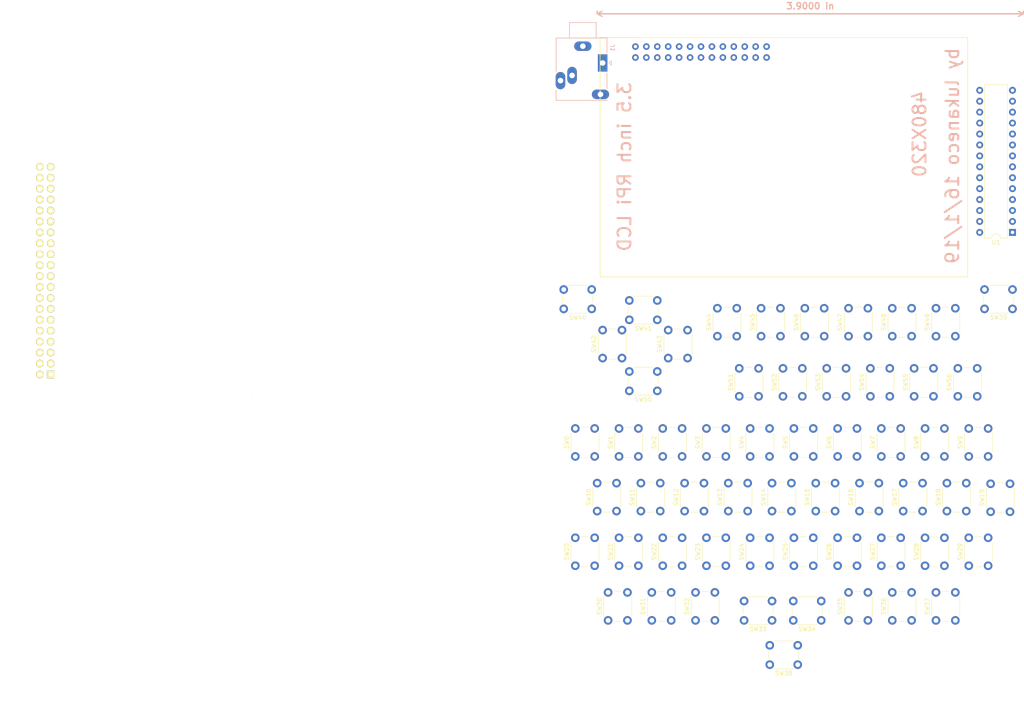
<source format=kicad_pcb>
(kicad_pcb (version 20171130) (host pcbnew "(5.0.2)-1")
  (layers (0 F.Cu signal) (31 B.Cu signal) (34 B.Paste user) (35 F.Paste user) (36 B.SilkS user) (37 F.SilkS user) (38 B.Mask user) (39 F.Mask user) (44 Edge.Cuts user))
  (net 0 "")
  (net 1 "Net-(SW0-Pad2)")
  (net 2 "Net-(SW1-Pad2)")
  (net 3 "Net-(SW2-Pad2)")
  (net 4 "Net-(SW3-Pad2)")
  (net 5 "Net-(SW4-Pad2)")
  (net 6 "Net-(SW5-Pad2)")
  (net 7 "Net-(SW6-Pad2)")
  (net 8 "Net-(SW7-Pad2)")
  (net 9 "Net-(SW8-Pad2)")
  (net 10 "Net-(SW9-Pad2)")
  (net 11 "Net-(SW10-Pad2)")
  (net 12 "Net-(SW11-Pad2)")
  (net 13 "Net-(SW12-Pad2)")
  (net 14 "Net-(SW13-Pad2)")
  (net 15 "Net-(SW14-Pad2)")
  (net 16 "Net-(SW15-Pad2)")
  (net 17 "Net-(SW16-Pad2)")
  (net 18 "Net-(SW17-Pad2)")
  (net 19 "Net-(SW18-Pad2)")
  (net 20 "Net-(SW19-Pad2)")
  (net 21 "Net-(SW20-Pad2)")
  (net 22 "Net-(SW21-Pad2)")
  (net 23 "Net-(SW22-Pad2)")
  (net 24 "Net-(SW23-Pad2)")
  (net 25 "Net-(SW24-Pad2)")
  (net 26 "Net-(SW25-Pad2)")
  (net 27 "Net-(SW26-Pad2)")
  (net 28 "Net-(SW27-Pad2)")
  (net 29 "Net-(SW28-Pad2)")
  (net 30 "Net-(SW29-Pad2)")
  (net 31 "Net-(SW30-Pad2)")
  (net 32 "Net-(SW31-Pad2)")
  (net 33 "Net-(SW32-Pad2)")
  (net 34 "Net-(SW33-Pad2)")
  (net 35 "Net-(SW34-Pad2)")
  (net 36 "Net-(SW35-Pad2)")
  (net 37 "Net-(SW36-Pad2)")
  (net 38 "Net-(SW37-Pad2)")
  (net 39 "Net-(SW38-Pad2)")
  (net 40 "Net-(SW39-Pad2)")
  (net 41 "Net-(SW40-Pad2)")
  (net 42 "Net-(SW41-Pad2)")
  (net 43 "Net-(SW42-Pad2)")
  (net 44 "Net-(SW43-Pad2)")
  (net 45 "Net-(SW44-Pad2)")
  (net 46 "Net-(SW45-Pad2)")
  (net 47 "Net-(SW46-Pad2)")
  (net 48 "Net-(SW47-Pad2)")
  (net 49 "Net-(SW48-Pad2)")
  (net 50 "Net-(SW49-Pad2)")
  (net 51 "Net-(SW50-Pad2)")
  (net 52 "Net-(SW51-Pad2)")
  (net 53 "Net-(SW52-Pad2)")
  (net 54 "Net-(SW53-Pad2)")
  (net 55 "Net-(SW54-Pad2)")
  (net 56 "Net-(SW55-Pad2)")
  (net 57 "Net-(SW56-Pad2)")
  (net 58 "Net-(U1-Pad15)")
  (net 59 "Net-(U1-Pad16)")
  (net 60 "Net-(U1-Pad17)")
  (net 61 "Net-(U1-Pad18)")
  (net 62 "Net-(U1-Pad19)")
  (net 63 "Net-(U1-Pad6)")
  (net 64 "Net-(U1-Pad20)")
  (net 65 "Net-(U1-Pad7)")
  (net 66 "Net-(U1-Pad21)")
  (net 67 "Net-(U1-Pad22)")
  (net 68 "Net-(U1-Pad23)")
  (net 69 "Net-(U1-Pad24)")
  (net 70 "Net-(U1-Pad11)")
  (net 71 "Net-(U1-Pad25)")
  (net 72 "Net-(U1-Pad12)")
  (net 73 "Net-(U1-Pad26)")
  (net 74 "Net-(U1-Pad13)")
  (net 75 "Net-(U1-Pad27)")
  (net 76 "Net-(U1-Pad14)")
  (net 77 "Net-(U1-Pad28)")
  (net 78 Col2)
  (net 79 Col3)
  (net 80 Col4)
  (net 81 Col5)
  (net 82 Col0)
  (net 83 Col1)
  (net 84 Reset)
  (net 85 Serial_RX)
  (net 86 Serial_TX)
  (net 87 USB_D+)
  (net 88 USB_D-)
  (net 89 Osc1)
  (net 90 Osc2)
  (net 91 "Net-(DS1-Pad3)")
  (net 92 "Net-(DS1-Pad5)")
  (net 93 "Net-(DS1-Pad7)")
  (net 94 "Net-(DS1-Pad8)")
  (net 95 "Net-(DS1-Pad10)")
  (net 96 "Net-(DS1-Pad12)")
  (net 97 "Net-(DS1-Pad13)")
  (net 98 "Net-(DS1-Pad15)")
  (net 99 "Net-(DS1-Pad16)")
  (net 100 "Net-(J1-PadT)")
  (net 101 "Net-(J1-PadR)")
  (net 102 "Net-(J1-PadS)")
  (net 103 +3V3)
  (net 104 +5V)
  (net 105 GND)
  (net 106 TP_IRQ)
  (net 107 LCD_RS)
  (net 108 TP_SO)
  (net 109 RST)
  (net 110 LCD_SCK)
  (net 111 LCD_CS)
  (net 112 TP_CS)
  (net 113 "Net-(IC1-Pad39)")
  (net 114 "Net-(IC1-Pad40)")
  (net 115 "Net-(IC1-Pad37)")
  (net 116 "Net-(IC1-Pad38)")
  (net 117 "Net-(IC1-Pad35)")
  (net 118 "Net-(IC1-Pad36)")
  (net 119 "Net-(IC1-Pad33)")
  (net 120 "Net-(IC1-Pad34)")
  (net 121 "Net-(IC1-Pad31)")
  (net 122 "Net-(IC1-Pad32)")
  (net 123 "Net-(IC1-Pad19)")
  (net 124 "Net-(IC1-Pad16)")
  (net 125 "Net-(IC1-Pad15)")
  (net 126 "Net-(IC1-Pad13)")
  (net 127 "Net-(IC1-Pad12)")
  (net 128 "Net-(IC1-Pad10)")
  (net 129 "Net-(IC1-Pad8)")
  (net 130 "Net-(IC1-Pad7)")
  (net 131 "Net-(IC1-Pad5)")
  (net 132 "Net-(IC1-Pad3)")
  (net 133 "Net-(IC1-Pad30)")
  (net 134 "Net-(IC1-Pad29)")
  (net 135 "Net-(IC1-Pad28)")
  (net 136 "Net-(IC1-Pad27)")
  (module Button_Switch_THT:SW_PUSH_6mm (layer F.Cu) (at 60.96 130.81 90)
    (fp_text reference SW0 (at 3.25 -2 90) (layer F.SilkS))
    (fp_text value SW_Push)
    (pad 2 thru_hole circle (at 0 4.5 180) (size 2 2) (drill 1.1) (layers *.Cu *.Mask) (net 1 "Net-(SW0-Pad2)"))
    (pad 1 thru_hole circle (at 0 0 180) (size 2 2) (drill 1.1) (layers *.Cu *.Mask) (net 78 Col2))
    (pad 2 thru_hole circle (at 6.5 4.5 180) (size 2 2) (drill 1.1) (layers *.Cu *.Mask) (net 1 "Net-(SW0-Pad2)"))
    (pad 1 thru_hole circle (at 6.5 0 180) (size 2 2) (drill 1.1) (layers *.Cu *.Mask) (net 78 Col2))
  )
  (module Button_Switch_THT:SW_PUSH_6mm (layer F.Cu) (at 71.12 130.81 90)
    (fp_text reference SW1 (at 3.25 -2 90) (layer F.SilkS))
    (fp_text value SW_Push)
    (pad 1 thru_hole circle (at 6.5 0 180) (size 2 2) (drill 1.1) (layers *.Cu *.Mask) (net 78 Col2))
    (pad 2 thru_hole circle (at 6.5 4.5 180) (size 2 2) (drill 1.1) (layers *.Cu *.Mask) (net 2 "Net-(SW1-Pad2)"))
    (pad 1 thru_hole circle (at 0 0 180) (size 2 2) (drill 1.1) (layers *.Cu *.Mask) (net 78 Col2))
    (pad 2 thru_hole circle (at 0 4.5 180) (size 2 2) (drill 1.1) (layers *.Cu *.Mask) (net 2 "Net-(SW1-Pad2)"))
  )
  (module Button_Switch_THT:SW_PUSH_6mm (layer F.Cu) (at 81.28 130.81 90)
    (fp_text reference SW2 (at 3.25 -2 90) (layer F.SilkS))
    (fp_text value SW_Push)
    (pad 2 thru_hole circle (at 0 4.5 180) (size 2 2) (drill 1.1) (layers *.Cu *.Mask) (net 3 "Net-(SW2-Pad2)"))
    (pad 1 thru_hole circle (at 0 0 180) (size 2 2) (drill 1.1) (layers *.Cu *.Mask) (net 78 Col2))
    (pad 2 thru_hole circle (at 6.5 4.5 180) (size 2 2) (drill 1.1) (layers *.Cu *.Mask) (net 3 "Net-(SW2-Pad2)"))
    (pad 1 thru_hole circle (at 6.5 0 180) (size 2 2) (drill 1.1) (layers *.Cu *.Mask) (net 78 Col2))
  )
  (module Button_Switch_THT:SW_PUSH_6mm (layer F.Cu) (at 91.44 130.81 90)
    (fp_text reference SW3 (at 3.25 -2 90) (layer F.SilkS))
    (fp_text value SW_Push)
    (pad 2 thru_hole circle (at 0 4.5 180) (size 2 2) (drill 1.1) (layers *.Cu *.Mask) (net 4 "Net-(SW3-Pad2)"))
    (pad 1 thru_hole circle (at 0 0 180) (size 2 2) (drill 1.1) (layers *.Cu *.Mask) (net 78 Col2))
    (pad 2 thru_hole circle (at 6.5 4.5 180) (size 2 2) (drill 1.1) (layers *.Cu *.Mask) (net 4 "Net-(SW3-Pad2)"))
    (pad 1 thru_hole circle (at 6.5 0 180) (size 2 2) (drill 1.1) (layers *.Cu *.Mask) (net 78 Col2))
  )
  (module Button_Switch_THT:SW_PUSH_6mm (layer F.Cu) (at 101.6 130.81 90)
    (fp_text reference SW4 (at 3.25 -2 90) (layer F.SilkS))
    (fp_text value SW_Push)
    (pad 1 thru_hole circle (at 6.5 0 180) (size 2 2) (drill 1.1) (layers *.Cu *.Mask) (net 78 Col2))
    (pad 2 thru_hole circle (at 6.5 4.5 180) (size 2 2) (drill 1.1) (layers *.Cu *.Mask) (net 5 "Net-(SW4-Pad2)"))
    (pad 1 thru_hole circle (at 0 0 180) (size 2 2) (drill 1.1) (layers *.Cu *.Mask) (net 78 Col2))
    (pad 2 thru_hole circle (at 0 4.5 180) (size 2 2) (drill 1.1) (layers *.Cu *.Mask) (net 5 "Net-(SW4-Pad2)"))
  )
  (module Button_Switch_THT:SW_PUSH_6mm (layer F.Cu) (at 111.76 130.81 90)
    (fp_text reference SW5 (at 3.25 -2 90) (layer F.SilkS))
    (fp_text value SW_Push)
    (pad 2 thru_hole circle (at 0 4.5 180) (size 2 2) (drill 1.1) (layers *.Cu *.Mask) (net 6 "Net-(SW5-Pad2)"))
    (pad 1 thru_hole circle (at 0 0 180) (size 2 2) (drill 1.1) (layers *.Cu *.Mask) (net 78 Col2))
    (pad 2 thru_hole circle (at 6.5 4.5 180) (size 2 2) (drill 1.1) (layers *.Cu *.Mask) (net 6 "Net-(SW5-Pad2)"))
    (pad 1 thru_hole circle (at 6.5 0 180) (size 2 2) (drill 1.1) (layers *.Cu *.Mask) (net 78 Col2))
  )
  (module Button_Switch_THT:SW_PUSH_6mm (layer F.Cu) (at 121.92 130.81 90)
    (fp_text reference SW6 (at 3.25 -2 90) (layer F.SilkS))
    (fp_text value SW_Push)
    (pad 2 thru_hole circle (at 0 4.5 180) (size 2 2) (drill 1.1) (layers *.Cu *.Mask) (net 7 "Net-(SW6-Pad2)"))
    (pad 1 thru_hole circle (at 0 0 180) (size 2 2) (drill 1.1) (layers *.Cu *.Mask) (net 78 Col2))
    (pad 2 thru_hole circle (at 6.5 4.5 180) (size 2 2) (drill 1.1) (layers *.Cu *.Mask) (net 7 "Net-(SW6-Pad2)"))
    (pad 1 thru_hole circle (at 6.5 0 180) (size 2 2) (drill 1.1) (layers *.Cu *.Mask) (net 78 Col2))
  )
  (module Button_Switch_THT:SW_PUSH_6mm (layer F.Cu) (at 132.08 130.81 90)
    (fp_text reference SW7 (at 3.25 -2 90) (layer F.SilkS))
    (fp_text value SW_Push)
    (pad 1 thru_hole circle (at 6.5 0 180) (size 2 2) (drill 1.1) (layers *.Cu *.Mask) (net 78 Col2))
    (pad 2 thru_hole circle (at 6.5 4.5 180) (size 2 2) (drill 1.1) (layers *.Cu *.Mask) (net 8 "Net-(SW7-Pad2)"))
    (pad 1 thru_hole circle (at 0 0 180) (size 2 2) (drill 1.1) (layers *.Cu *.Mask) (net 78 Col2))
    (pad 2 thru_hole circle (at 0 4.5 180) (size 2 2) (drill 1.1) (layers *.Cu *.Mask) (net 8 "Net-(SW7-Pad2)"))
  )
  (module Button_Switch_THT:SW_PUSH_6mm (layer F.Cu) (at 142.24 130.81 90)
    (fp_text reference SW8 (at 3.25 -2 90) (layer F.SilkS))
    (fp_text value SW_Push)
    (pad 1 thru_hole circle (at 6.5 0 180) (size 2 2) (drill 1.1) (layers *.Cu *.Mask) (net 78 Col2))
    (pad 2 thru_hole circle (at 6.5 4.5 180) (size 2 2) (drill 1.1) (layers *.Cu *.Mask) (net 9 "Net-(SW8-Pad2)"))
    (pad 1 thru_hole circle (at 0 0 180) (size 2 2) (drill 1.1) (layers *.Cu *.Mask) (net 78 Col2))
    (pad 2 thru_hole circle (at 0 4.5 180) (size 2 2) (drill 1.1) (layers *.Cu *.Mask) (net 9 "Net-(SW8-Pad2)"))
  )
  (module Button_Switch_THT:SW_PUSH_6mm (layer F.Cu) (at 152.4 130.81 90)
    (fp_text reference SW9 (at 3.25 -2 90) (layer F.SilkS))
    (fp_text value SW_Push)
    (pad 2 thru_hole circle (at 0 4.5 180) (size 2 2) (drill 1.1) (layers *.Cu *.Mask) (net 10 "Net-(SW9-Pad2)"))
    (pad 1 thru_hole circle (at 0 0 180) (size 2 2) (drill 1.1) (layers *.Cu *.Mask) (net 78 Col2))
    (pad 2 thru_hole circle (at 6.5 4.5 180) (size 2 2) (drill 1.1) (layers *.Cu *.Mask) (net 10 "Net-(SW9-Pad2)"))
    (pad 1 thru_hole circle (at 6.5 0 180) (size 2 2) (drill 1.1) (layers *.Cu *.Mask) (net 78 Col2))
  )
  (module Button_Switch_THT:SW_PUSH_6mm (layer F.Cu) (at 66.04 143.51 90)
    (fp_text reference SW10 (at 3.25 -2 90) (layer F.SilkS))
    (fp_text value SW_Push)
    (pad 1 thru_hole circle (at 6.5 0 180) (size 2 2) (drill 1.1) (layers *.Cu *.Mask) (net 79 Col3))
    (pad 2 thru_hole circle (at 6.5 4.5 180) (size 2 2) (drill 1.1) (layers *.Cu *.Mask) (net 11 "Net-(SW10-Pad2)"))
    (pad 1 thru_hole circle (at 0 0 180) (size 2 2) (drill 1.1) (layers *.Cu *.Mask) (net 79 Col3))
    (pad 2 thru_hole circle (at 0 4.5 180) (size 2 2) (drill 1.1) (layers *.Cu *.Mask) (net 11 "Net-(SW10-Pad2)"))
  )
  (module Button_Switch_THT:SW_PUSH_6mm (layer F.Cu) (at 76.2 143.51 90)
    (fp_text reference SW11 (at 3.25 -2 90) (layer F.SilkS))
    (fp_text value SW_Push)
    (pad 2 thru_hole circle (at 0 4.5 180) (size 2 2) (drill 1.1) (layers *.Cu *.Mask) (net 12 "Net-(SW11-Pad2)"))
    (pad 1 thru_hole circle (at 0 0 180) (size 2 2) (drill 1.1) (layers *.Cu *.Mask) (net 79 Col3))
    (pad 2 thru_hole circle (at 6.5 4.5 180) (size 2 2) (drill 1.1) (layers *.Cu *.Mask) (net 12 "Net-(SW11-Pad2)"))
    (pad 1 thru_hole circle (at 6.5 0 180) (size 2 2) (drill 1.1) (layers *.Cu *.Mask) (net 79 Col3))
  )
  (module Button_Switch_THT:SW_PUSH_6mm (layer F.Cu) (at 86.36 143.51 90)
    (fp_text reference SW12 (at 3.25 -2 90) (layer F.SilkS))
    (fp_text value SW_Push)
    (pad 1 thru_hole circle (at 6.5 0 180) (size 2 2) (drill 1.1) (layers *.Cu *.Mask) (net 79 Col3))
    (pad 2 thru_hole circle (at 6.5 4.5 180) (size 2 2) (drill 1.1) (layers *.Cu *.Mask) (net 13 "Net-(SW12-Pad2)"))
    (pad 1 thru_hole circle (at 0 0 180) (size 2 2) (drill 1.1) (layers *.Cu *.Mask) (net 79 Col3))
    (pad 2 thru_hole circle (at 0 4.5 180) (size 2 2) (drill 1.1) (layers *.Cu *.Mask) (net 13 "Net-(SW12-Pad2)"))
  )
  (module Button_Switch_THT:SW_PUSH_6mm (layer F.Cu) (at 96.52 143.51 90)
    (fp_text reference SW13 (at 3.25 -2 90) (layer F.SilkS))
    (fp_text value SW_Push)
    (pad 1 thru_hole circle (at 6.5 0 180) (size 2 2) (drill 1.1) (layers *.Cu *.Mask) (net 79 Col3))
    (pad 2 thru_hole circle (at 6.5 4.5 180) (size 2 2) (drill 1.1) (layers *.Cu *.Mask) (net 14 "Net-(SW13-Pad2)"))
    (pad 1 thru_hole circle (at 0 0 180) (size 2 2) (drill 1.1) (layers *.Cu *.Mask) (net 79 Col3))
    (pad 2 thru_hole circle (at 0 4.5 180) (size 2 2) (drill 1.1) (layers *.Cu *.Mask) (net 14 "Net-(SW13-Pad2)"))
  )
  (module Button_Switch_THT:SW_PUSH_6mm (layer F.Cu) (at 106.68 143.51 90)
    (fp_text reference SW14 (at 3.25 -2 90) (layer F.SilkS))
    (fp_text value SW_Push)
    (pad 2 thru_hole circle (at 0 4.5 180) (size 2 2) (drill 1.1) (layers *.Cu *.Mask) (net 15 "Net-(SW14-Pad2)"))
    (pad 1 thru_hole circle (at 0 0 180) (size 2 2) (drill 1.1) (layers *.Cu *.Mask) (net 79 Col3))
    (pad 2 thru_hole circle (at 6.5 4.5 180) (size 2 2) (drill 1.1) (layers *.Cu *.Mask) (net 15 "Net-(SW14-Pad2)"))
    (pad 1 thru_hole circle (at 6.5 0 180) (size 2 2) (drill 1.1) (layers *.Cu *.Mask) (net 79 Col3))
  )
  (module Button_Switch_THT:SW_PUSH_6mm (layer F.Cu) (at 116.84 143.51 90)
    (fp_text reference SW15 (at 3.25 -2 90) (layer F.SilkS))
    (fp_text value SW_Push)
    (pad 2 thru_hole circle (at 0 4.5 180) (size 2 2) (drill 1.1) (layers *.Cu *.Mask) (net 16 "Net-(SW15-Pad2)"))
    (pad 1 thru_hole circle (at 0 0 180) (size 2 2) (drill 1.1) (layers *.Cu *.Mask) (net 79 Col3))
    (pad 2 thru_hole circle (at 6.5 4.5 180) (size 2 2) (drill 1.1) (layers *.Cu *.Mask) (net 16 "Net-(SW15-Pad2)"))
    (pad 1 thru_hole circle (at 6.5 0 180) (size 2 2) (drill 1.1) (layers *.Cu *.Mask) (net 79 Col3))
  )
  (module Button_Switch_THT:SW_PUSH_6mm (layer F.Cu) (at 127 143.51 90)
    (fp_text reference SW16 (at 3.25 -2 90) (layer F.SilkS))
    (fp_text value SW_Push)
    (pad 1 thru_hole circle (at 6.5 0 180) (size 2 2) (drill 1.1) (layers *.Cu *.Mask) (net 79 Col3))
    (pad 2 thru_hole circle (at 6.5 4.5 180) (size 2 2) (drill 1.1) (layers *.Cu *.Mask) (net 17 "Net-(SW16-Pad2)"))
    (pad 1 thru_hole circle (at 0 0 180) (size 2 2) (drill 1.1) (layers *.Cu *.Mask) (net 79 Col3))
    (pad 2 thru_hole circle (at 0 4.5 180) (size 2 2) (drill 1.1) (layers *.Cu *.Mask) (net 17 "Net-(SW16-Pad2)"))
  )
  (module Button_Switch_THT:SW_PUSH_6mm (layer F.Cu) (at 137.16 143.51 90)
    (fp_text reference SW17 (at 3.25 -2 90) (layer F.SilkS))
    (fp_text value SW_Push)
    (pad 2 thru_hole circle (at 0 4.5 180) (size 2 2) (drill 1.1) (layers *.Cu *.Mask) (net 18 "Net-(SW17-Pad2)"))
    (pad 1 thru_hole circle (at 0 0 180) (size 2 2) (drill 1.1) (layers *.Cu *.Mask) (net 79 Col3))
    (pad 2 thru_hole circle (at 6.5 4.5 180) (size 2 2) (drill 1.1) (layers *.Cu *.Mask) (net 18 "Net-(SW17-Pad2)"))
    (pad 1 thru_hole circle (at 6.5 0 180) (size 2 2) (drill 1.1) (layers *.Cu *.Mask) (net 79 Col3))
  )
  (module Button_Switch_THT:SW_PUSH_6mm (layer F.Cu) (at 147.32 143.51 90)
    (fp_text reference SW18 (at 3.25 -2 90) (layer F.SilkS))
    (fp_text value SW_Push)
    (pad 1 thru_hole circle (at 6.5 0 180) (size 2 2) (drill 1.1) (layers *.Cu *.Mask) (net 79 Col3))
    (pad 2 thru_hole circle (at 6.5 4.5 180) (size 2 2) (drill 1.1) (layers *.Cu *.Mask) (net 19 "Net-(SW18-Pad2)"))
    (pad 1 thru_hole circle (at 0 0 180) (size 2 2) (drill 1.1) (layers *.Cu *.Mask) (net 79 Col3))
    (pad 2 thru_hole circle (at 0 4.5 180) (size 2 2) (drill 1.1) (layers *.Cu *.Mask) (net 19 "Net-(SW18-Pad2)"))
  )
  (module Button_Switch_THT:SW_PUSH_6mm (layer F.Cu) (at 157.48 143.66 90)
    (fp_text reference SW19 (at 3.25 -2 90) (layer F.SilkS))
    (fp_text value SW_Push)
    (pad 1 thru_hole circle (at 6.5 0 180) (size 2 2) (drill 1.1) (layers *.Cu *.Mask) (net 79 Col3))
    (pad 2 thru_hole circle (at 6.5 4.5 180) (size 2 2) (drill 1.1) (layers *.Cu *.Mask) (net 20 "Net-(SW19-Pad2)"))
    (pad 1 thru_hole circle (at 0 0 180) (size 2 2) (drill 1.1) (layers *.Cu *.Mask) (net 79 Col3))
    (pad 2 thru_hole circle (at 0 4.5 180) (size 2 2) (drill 1.1) (layers *.Cu *.Mask) (net 20 "Net-(SW19-Pad2)"))
  )
  (module Button_Switch_THT:SW_PUSH_6mm (layer F.Cu) (at 60.96 156.21 90)
    (fp_text reference SW20 (at 3.25 -2 90) (layer F.SilkS))
    (fp_text value SW_Push)
    (pad 2 thru_hole circle (at 0 4.5 180) (size 2 2) (drill 1.1) (layers *.Cu *.Mask) (net 21 "Net-(SW20-Pad2)"))
    (pad 1 thru_hole circle (at 0 0 180) (size 2 2) (drill 1.1) (layers *.Cu *.Mask) (net 80 Col4))
    (pad 2 thru_hole circle (at 6.5 4.5 180) (size 2 2) (drill 1.1) (layers *.Cu *.Mask) (net 21 "Net-(SW20-Pad2)"))
    (pad 1 thru_hole circle (at 6.5 0 180) (size 2 2) (drill 1.1) (layers *.Cu *.Mask) (net 80 Col4))
  )
  (module Button_Switch_THT:SW_PUSH_6mm (layer F.Cu) (at 71.12 156.21 90)
    (fp_text reference SW21 (at 3.25 -2 90) (layer F.SilkS))
    (fp_text value SW_Push)
    (pad 1 thru_hole circle (at 6.5 0 180) (size 2 2) (drill 1.1) (layers *.Cu *.Mask) (net 80 Col4))
    (pad 2 thru_hole circle (at 6.5 4.5 180) (size 2 2) (drill 1.1) (layers *.Cu *.Mask) (net 22 "Net-(SW21-Pad2)"))
    (pad 1 thru_hole circle (at 0 0 180) (size 2 2) (drill 1.1) (layers *.Cu *.Mask) (net 80 Col4))
    (pad 2 thru_hole circle (at 0 4.5 180) (size 2 2) (drill 1.1) (layers *.Cu *.Mask) (net 22 "Net-(SW21-Pad2)"))
  )
  (module Button_Switch_THT:SW_PUSH_6mm (layer F.Cu) (at 81.28 156.21 90)
    (fp_text reference SW22 (at 3.25 -2 90) (layer F.SilkS))
    (fp_text value SW_Push)
    (pad 2 thru_hole circle (at 0 4.5 180) (size 2 2) (drill 1.1) (layers *.Cu *.Mask) (net 23 "Net-(SW22-Pad2)"))
    (pad 1 thru_hole circle (at 0 0 180) (size 2 2) (drill 1.1) (layers *.Cu *.Mask) (net 80 Col4))
    (pad 2 thru_hole circle (at 6.5 4.5 180) (size 2 2) (drill 1.1) (layers *.Cu *.Mask) (net 23 "Net-(SW22-Pad2)"))
    (pad 1 thru_hole circle (at 6.5 0 180) (size 2 2) (drill 1.1) (layers *.Cu *.Mask) (net 80 Col4))
  )
  (module Button_Switch_THT:SW_PUSH_6mm (layer F.Cu) (at 91.44 156.21 90)
    (fp_text reference SW23 (at 3.25 -2 90) (layer F.SilkS))
    (fp_text value SW_Push)
    (pad 2 thru_hole circle (at 0 4.5 180) (size 2 2) (drill 1.1) (layers *.Cu *.Mask) (net 24 "Net-(SW23-Pad2)"))
    (pad 1 thru_hole circle (at 0 0 180) (size 2 2) (drill 1.1) (layers *.Cu *.Mask) (net 80 Col4))
    (pad 2 thru_hole circle (at 6.5 4.5 180) (size 2 2) (drill 1.1) (layers *.Cu *.Mask) (net 24 "Net-(SW23-Pad2)"))
    (pad 1 thru_hole circle (at 6.5 0 180) (size 2 2) (drill 1.1) (layers *.Cu *.Mask) (net 80 Col4))
  )
  (module Button_Switch_THT:SW_PUSH_6mm (layer F.Cu) (at 101.6 156.21 90)
    (fp_text reference SW24 (at 3.25 -2 90) (layer F.SilkS))
    (fp_text value SW_Push)
    (pad 2 thru_hole circle (at 0 4.5 180) (size 2 2) (drill 1.1) (layers *.Cu *.Mask) (net 25 "Net-(SW24-Pad2)"))
    (pad 1 thru_hole circle (at 0 0 180) (size 2 2) (drill 1.1) (layers *.Cu *.Mask) (net 80 Col4))
    (pad 2 thru_hole circle (at 6.5 4.5 180) (size 2 2) (drill 1.1) (layers *.Cu *.Mask) (net 25 "Net-(SW24-Pad2)"))
    (pad 1 thru_hole circle (at 6.5 0 180) (size 2 2) (drill 1.1) (layers *.Cu *.Mask) (net 80 Col4))
  )
  (module Button_Switch_THT:SW_PUSH_6mm (layer F.Cu) (at 111.76 156.21 90)
    (fp_text reference SW25 (at 3.25 -2 90) (layer F.SilkS))
    (fp_text value SW_Push)
    (pad 1 thru_hole circle (at 6.5 0 180) (size 2 2) (drill 1.1) (layers *.Cu *.Mask) (net 80 Col4))
    (pad 2 thru_hole circle (at 6.5 4.5 180) (size 2 2) (drill 1.1) (layers *.Cu *.Mask) (net 26 "Net-(SW25-Pad2)"))
    (pad 1 thru_hole circle (at 0 0 180) (size 2 2) (drill 1.1) (layers *.Cu *.Mask) (net 80 Col4))
    (pad 2 thru_hole circle (at 0 4.5 180) (size 2 2) (drill 1.1) (layers *.Cu *.Mask) (net 26 "Net-(SW25-Pad2)"))
  )
  (module Button_Switch_THT:SW_PUSH_6mm (layer F.Cu) (at 121.92 156.21 90)
    (fp_text reference SW26 (at 3.25 -2 90) (layer F.SilkS))
    (fp_text value SW_Push)
    (pad 2 thru_hole circle (at 0 4.5 180) (size 2 2) (drill 1.1) (layers *.Cu *.Mask) (net 27 "Net-(SW26-Pad2)"))
    (pad 1 thru_hole circle (at 0 0 180) (size 2 2) (drill 1.1) (layers *.Cu *.Mask) (net 80 Col4))
    (pad 2 thru_hole circle (at 6.5 4.5 180) (size 2 2) (drill 1.1) (layers *.Cu *.Mask) (net 27 "Net-(SW26-Pad2)"))
    (pad 1 thru_hole circle (at 6.5 0 180) (size 2 2) (drill 1.1) (layers *.Cu *.Mask) (net 80 Col4))
  )
  (module Button_Switch_THT:SW_PUSH_6mm (layer F.Cu) (at 132.08 156.21 90)
    (fp_text reference SW27 (at 3.25 -2 90) (layer F.SilkS))
    (fp_text value SW_Push)
    (pad 1 thru_hole circle (at 6.5 0 180) (size 2 2) (drill 1.1) (layers *.Cu *.Mask) (net 80 Col4))
    (pad 2 thru_hole circle (at 6.5 4.5 180) (size 2 2) (drill 1.1) (layers *.Cu *.Mask) (net 28 "Net-(SW27-Pad2)"))
    (pad 1 thru_hole circle (at 0 0 180) (size 2 2) (drill 1.1) (layers *.Cu *.Mask) (net 80 Col4))
    (pad 2 thru_hole circle (at 0 4.5 180) (size 2 2) (drill 1.1) (layers *.Cu *.Mask) (net 28 "Net-(SW27-Pad2)"))
  )
  (module Button_Switch_THT:SW_PUSH_6mm (layer F.Cu) (at 142.24 156.21 90)
    (fp_text reference SW28 (at 3.25 -2 90) (layer F.SilkS))
    (fp_text value SW_Push)
    (pad 2 thru_hole circle (at 0 4.5 180) (size 2 2) (drill 1.1) (layers *.Cu *.Mask) (net 29 "Net-(SW28-Pad2)"))
    (pad 1 thru_hole circle (at 0 0 180) (size 2 2) (drill 1.1) (layers *.Cu *.Mask) (net 80 Col4))
    (pad 2 thru_hole circle (at 6.5 4.5 180) (size 2 2) (drill 1.1) (layers *.Cu *.Mask) (net 29 "Net-(SW28-Pad2)"))
    (pad 1 thru_hole circle (at 6.5 0 180) (size 2 2) (drill 1.1) (layers *.Cu *.Mask) (net 80 Col4))
  )
  (module Button_Switch_THT:SW_PUSH_6mm (layer F.Cu) (at 152.4 156.21 90)
    (fp_text reference SW29 (at 3.25 -2 90) (layer F.SilkS))
    (fp_text value SW_Push)
    (pad 1 thru_hole circle (at 6.5 0 180) (size 2 2) (drill 1.1) (layers *.Cu *.Mask) (net 80 Col4))
    (pad 2 thru_hole circle (at 6.5 4.5 180) (size 2 2) (drill 1.1) (layers *.Cu *.Mask) (net 30 "Net-(SW29-Pad2)"))
    (pad 1 thru_hole circle (at 0 0 180) (size 2 2) (drill 1.1) (layers *.Cu *.Mask) (net 80 Col4))
    (pad 2 thru_hole circle (at 0 4.5 180) (size 2 2) (drill 1.1) (layers *.Cu *.Mask) (net 30 "Net-(SW29-Pad2)"))
  )
  (module Button_Switch_THT:SW_PUSH_6mm (layer F.Cu) (at 68.58 168.91 90)
    (fp_text reference SW30 (at 3.25 -2 90) (layer F.SilkS))
    (fp_text value SW_Push)
    (pad 1 thru_hole circle (at 6.5 0 180) (size 2 2) (drill 1.1) (layers *.Cu *.Mask) (net 81 Col5))
    (pad 2 thru_hole circle (at 6.5 4.5 180) (size 2 2) (drill 1.1) (layers *.Cu *.Mask) (net 31 "Net-(SW30-Pad2)"))
    (pad 1 thru_hole circle (at 0 0 180) (size 2 2) (drill 1.1) (layers *.Cu *.Mask) (net 81 Col5))
    (pad 2 thru_hole circle (at 0 4.5 180) (size 2 2) (drill 1.1) (layers *.Cu *.Mask) (net 31 "Net-(SW30-Pad2)"))
  )
  (module Button_Switch_THT:SW_PUSH_6mm (layer F.Cu) (at 78.74 168.91 90)
    (fp_text reference SW31 (at 3.25 -2 90) (layer F.SilkS))
    (fp_text value SW_Push)
    (pad 2 thru_hole circle (at 0 4.5 180) (size 2 2) (drill 1.1) (layers *.Cu *.Mask) (net 32 "Net-(SW31-Pad2)"))
    (pad 1 thru_hole circle (at 0 0 180) (size 2 2) (drill 1.1) (layers *.Cu *.Mask) (net 81 Col5))
    (pad 2 thru_hole circle (at 6.5 4.5 180) (size 2 2) (drill 1.1) (layers *.Cu *.Mask) (net 32 "Net-(SW31-Pad2)"))
    (pad 1 thru_hole circle (at 6.5 0 180) (size 2 2) (drill 1.1) (layers *.Cu *.Mask) (net 81 Col5))
  )
  (module Button_Switch_THT:SW_PUSH_6mm (layer F.Cu) (at 88.9 168.91 90)
    (fp_text reference SW32 (at 3.25 -2 90) (layer F.SilkS))
    (fp_text value SW_Push)
    (pad 1 thru_hole circle (at 6.5 0 180) (size 2 2) (drill 1.1) (layers *.Cu *.Mask) (net 81 Col5))
    (pad 2 thru_hole circle (at 6.5 4.5 180) (size 2 2) (drill 1.1) (layers *.Cu *.Mask) (net 33 "Net-(SW32-Pad2)"))
    (pad 1 thru_hole circle (at 0 0 180) (size 2 2) (drill 1.1) (layers *.Cu *.Mask) (net 81 Col5))
    (pad 2 thru_hole circle (at 0 4.5 180) (size 2 2) (drill 1.1) (layers *.Cu *.Mask) (net 33 "Net-(SW32-Pad2)"))
  )
  (module Button_Switch_THT:SW_PUSH_6mm (layer F.Cu) (at 106.68 168.91 180)
    (fp_text reference SW33 (at 3.25 -2 180) (layer F.SilkS))
    (fp_text value SW_Push)
    (pad 2 thru_hole circle (at 0 4.5 270) (size 2 2) (drill 1.1) (layers *.Cu *.Mask) (net 34 "Net-(SW33-Pad2)"))
    (pad 1 thru_hole circle (at 0 0 270) (size 2 2) (drill 1.1) (layers *.Cu *.Mask) (net 81 Col5))
    (pad 2 thru_hole circle (at 6.5 4.5 270) (size 2 2) (drill 1.1) (layers *.Cu *.Mask) (net 34 "Net-(SW33-Pad2)"))
    (pad 1 thru_hole circle (at 6.5 0 270) (size 2 2) (drill 1.1) (layers *.Cu *.Mask) (net 81 Col5))
  )
  (module Button_Switch_THT:SW_PUSH_6mm (layer F.Cu) (at 118.11 168.91 180)
    (fp_text reference SW34 (at 3.25 -2 180) (layer F.SilkS))
    (fp_text value SW_Push)
    (pad 2 thru_hole circle (at 0 4.5 270) (size 2 2) (drill 1.1) (layers *.Cu *.Mask) (net 35 "Net-(SW34-Pad2)"))
    (pad 1 thru_hole circle (at 0 0 270) (size 2 2) (drill 1.1) (layers *.Cu *.Mask) (net 81 Col5))
    (pad 2 thru_hole circle (at 6.5 4.5 270) (size 2 2) (drill 1.1) (layers *.Cu *.Mask) (net 35 "Net-(SW34-Pad2)"))
    (pad 1 thru_hole circle (at 6.5 0 270) (size 2 2) (drill 1.1) (layers *.Cu *.Mask) (net 81 Col5))
  )
  (module Button_Switch_THT:SW_PUSH_6mm (layer F.Cu) (at 124.46 168.91 90)
    (fp_text reference SW35 (at 3.25 -2 90) (layer F.SilkS))
    (fp_text value SW_Push)
    (pad 2 thru_hole circle (at 0 4.5 180) (size 2 2) (drill 1.1) (layers *.Cu *.Mask) (net 36 "Net-(SW35-Pad2)"))
    (pad 1 thru_hole circle (at 0 0 180) (size 2 2) (drill 1.1) (layers *.Cu *.Mask) (net 81 Col5))
    (pad 2 thru_hole circle (at 6.5 4.5 180) (size 2 2) (drill 1.1) (layers *.Cu *.Mask) (net 36 "Net-(SW35-Pad2)"))
    (pad 1 thru_hole circle (at 6.5 0 180) (size 2 2) (drill 1.1) (layers *.Cu *.Mask) (net 81 Col5))
  )
  (module Button_Switch_THT:SW_PUSH_6mm (layer F.Cu) (at 134.62 168.91 90)
    (fp_text reference SW36 (at 3.25 -2 90) (layer F.SilkS))
    (fp_text value SW_Push)
    (pad 2 thru_hole circle (at 0 4.5 180) (size 2 2) (drill 1.1) (layers *.Cu *.Mask) (net 37 "Net-(SW36-Pad2)"))
    (pad 1 thru_hole circle (at 0 0 180) (size 2 2) (drill 1.1) (layers *.Cu *.Mask) (net 81 Col5))
    (pad 2 thru_hole circle (at 6.5 4.5 180) (size 2 2) (drill 1.1) (layers *.Cu *.Mask) (net 37 "Net-(SW36-Pad2)"))
    (pad 1 thru_hole circle (at 6.5 0 180) (size 2 2) (drill 1.1) (layers *.Cu *.Mask) (net 81 Col5))
  )
  (module Button_Switch_THT:SW_PUSH_6mm (layer F.Cu) (at 144.78 168.91 90)
    (fp_text reference SW37 (at 3.25 -2 90) (layer F.SilkS))
    (fp_text value SW_Push)
    (pad 1 thru_hole circle (at 6.5 0 180) (size 2 2) (drill 1.1) (layers *.Cu *.Mask) (net 81 Col5))
    (pad 2 thru_hole circle (at 6.5 4.5 180) (size 2 2) (drill 1.1) (layers *.Cu *.Mask) (net 38 "Net-(SW37-Pad2)"))
    (pad 1 thru_hole circle (at 0 0 180) (size 2 2) (drill 1.1) (layers *.Cu *.Mask) (net 81 Col5))
    (pad 2 thru_hole circle (at 0 4.5 180) (size 2 2) (drill 1.1) (layers *.Cu *.Mask) (net 38 "Net-(SW37-Pad2)"))
  )
  (module Button_Switch_THT:SW_PUSH_6mm (layer F.Cu) (at 112.649 179.197 180)
    (fp_text reference SW38 (at 3.25 -2 180) (layer F.SilkS))
    (fp_text value SW_Push)
    (pad 2 thru_hole circle (at 0 4.5 270) (size 2 2) (drill 1.1) (layers *.Cu *.Mask) (net 39 "Net-(SW38-Pad2)"))
    (pad 1 thru_hole circle (at 0 0 270) (size 2 2) (drill 1.1) (layers *.Cu *.Mask) (net 81 Col5))
    (pad 2 thru_hole circle (at 6.5 4.5 270) (size 2 2) (drill 1.1) (layers *.Cu *.Mask) (net 39 "Net-(SW38-Pad2)"))
    (pad 1 thru_hole circle (at 6.5 0 270) (size 2 2) (drill 1.1) (layers *.Cu *.Mask) (net 81 Col5))
  )
  (module Button_Switch_THT:SW_PUSH_6mm (layer F.Cu) (at 162.56 96.52 180)
    (fp_text reference SW39 (at 3.25 -2 180) (layer F.SilkS))
    (fp_text value SW_Push)
    (pad 1 thru_hole circle (at 6.5 0 270) (size 2 2) (drill 1.1) (layers *.Cu *.Mask) (net 81 Col5))
    (pad 2 thru_hole circle (at 6.5 4.5 270) (size 2 2) (drill 1.1) (layers *.Cu *.Mask) (net 40 "Net-(SW39-Pad2)"))
    (pad 1 thru_hole circle (at 0 0 270) (size 2 2) (drill 1.1) (layers *.Cu *.Mask) (net 81 Col5))
    (pad 2 thru_hole circle (at 0 4.5 270) (size 2 2) (drill 1.1) (layers *.Cu *.Mask) (net 40 "Net-(SW39-Pad2)"))
  )
  (module Button_Switch_THT:SW_PUSH_6mm (layer F.Cu) (at 64.77 96.52 180)
    (fp_text reference SW40 (at 3.25 -2 180) (layer F.SilkS))
    (fp_text value SW_Push)
    (pad 1 thru_hole circle (at 6.5 0 270) (size 2 2) (drill 1.1) (layers *.Cu *.Mask) (net 82 Col0))
    (pad 2 thru_hole circle (at 6.5 4.5 270) (size 2 2) (drill 1.1) (layers *.Cu *.Mask) (net 41 "Net-(SW40-Pad2)"))
    (pad 1 thru_hole circle (at 0 0 270) (size 2 2) (drill 1.1) (layers *.Cu *.Mask) (net 82 Col0))
    (pad 2 thru_hole circle (at 0 4.5 270) (size 2 2) (drill 1.1) (layers *.Cu *.Mask) (net 41 "Net-(SW40-Pad2)"))
  )
  (module Button_Switch_THT:SW_PUSH_6mm (layer F.Cu) (at 80.01 99.06 180)
    (fp_text reference SW41 (at 3.25 -2 180) (layer F.SilkS))
    (fp_text value SW_Push)
    (pad 1 thru_hole circle (at 6.5 0 270) (size 2 2) (drill 1.1) (layers *.Cu *.Mask) (net 82 Col0))
    (pad 2 thru_hole circle (at 6.5 4.5 270) (size 2 2) (drill 1.1) (layers *.Cu *.Mask) (net 42 "Net-(SW41-Pad2)"))
    (pad 1 thru_hole circle (at 0 0 270) (size 2 2) (drill 1.1) (layers *.Cu *.Mask) (net 82 Col0))
    (pad 2 thru_hole circle (at 0 4.5 270) (size 2 2) (drill 1.1) (layers *.Cu *.Mask) (net 42 "Net-(SW41-Pad2)"))
  )
  (module Button_Switch_THT:SW_PUSH_6mm (layer F.Cu) (at 67.31 107.95 90)
    (fp_text reference SW42 (at 3.25 -2 90) (layer F.SilkS))
    (fp_text value SW_Push)
    (pad 1 thru_hole circle (at 6.5 0 180) (size 2 2) (drill 1.1) (layers *.Cu *.Mask) (net 82 Col0))
    (pad 2 thru_hole circle (at 6.5 4.5 180) (size 2 2) (drill 1.1) (layers *.Cu *.Mask) (net 43 "Net-(SW42-Pad2)"))
    (pad 1 thru_hole circle (at 0 0 180) (size 2 2) (drill 1.1) (layers *.Cu *.Mask) (net 82 Col0))
    (pad 2 thru_hole circle (at 0 4.5 180) (size 2 2) (drill 1.1) (layers *.Cu *.Mask) (net 43 "Net-(SW42-Pad2)"))
  )
  (module Button_Switch_THT:SW_PUSH_6mm (layer F.Cu) (at 82.55 107.95 90)
    (fp_text reference SW43 (at 3.25 -2 90) (layer F.SilkS))
    (fp_text value SW_Push)
    (pad 2 thru_hole circle (at 0 4.5 180) (size 2 2) (drill 1.1) (layers *.Cu *.Mask) (net 44 "Net-(SW43-Pad2)"))
    (pad 1 thru_hole circle (at 0 0 180) (size 2 2) (drill 1.1) (layers *.Cu *.Mask) (net 82 Col0))
    (pad 2 thru_hole circle (at 6.5 4.5 180) (size 2 2) (drill 1.1) (layers *.Cu *.Mask) (net 44 "Net-(SW43-Pad2)"))
    (pad 1 thru_hole circle (at 6.5 0 180) (size 2 2) (drill 1.1) (layers *.Cu *.Mask) (net 82 Col0))
  )
  (module Button_Switch_THT:SW_PUSH_6mm (layer F.Cu) (at 93.98 102.87 90)
    (fp_text reference SW44 (at 3.25 -2 90) (layer F.SilkS))
    (fp_text value SW_Push)
    (pad 1 thru_hole circle (at 6.5 0 180) (size 2 2) (drill 1.1) (layers *.Cu *.Mask) (net 82 Col0))
    (pad 2 thru_hole circle (at 6.5 4.5 180) (size 2 2) (drill 1.1) (layers *.Cu *.Mask) (net 45 "Net-(SW44-Pad2)"))
    (pad 1 thru_hole circle (at 0 0 180) (size 2 2) (drill 1.1) (layers *.Cu *.Mask) (net 82 Col0))
    (pad 2 thru_hole circle (at 0 4.5 180) (size 2 2) (drill 1.1) (layers *.Cu *.Mask) (net 45 "Net-(SW44-Pad2)"))
  )
  (module Button_Switch_THT:SW_PUSH_6mm (layer F.Cu) (at 104.14 102.87 90)
    (fp_text reference SW45 (at 3.25 -2 90) (layer F.SilkS))
    (fp_text value SW_Push)
    (pad 2 thru_hole circle (at 0 4.5 180) (size 2 2) (drill 1.1) (layers *.Cu *.Mask) (net 46 "Net-(SW45-Pad2)"))
    (pad 1 thru_hole circle (at 0 0 180) (size 2 2) (drill 1.1) (layers *.Cu *.Mask) (net 82 Col0))
    (pad 2 thru_hole circle (at 6.5 4.5 180) (size 2 2) (drill 1.1) (layers *.Cu *.Mask) (net 46 "Net-(SW45-Pad2)"))
    (pad 1 thru_hole circle (at 6.5 0 180) (size 2 2) (drill 1.1) (layers *.Cu *.Mask) (net 82 Col0))
  )
  (module Button_Switch_THT:SW_PUSH_6mm (layer F.Cu) (at 114.3 102.87 90)
    (fp_text reference SW46 (at 3.25 -2 90) (layer F.SilkS))
    (fp_text value SW_Push)
    (pad 2 thru_hole circle (at 0 4.5 180) (size 2 2) (drill 1.1) (layers *.Cu *.Mask) (net 47 "Net-(SW46-Pad2)"))
    (pad 1 thru_hole circle (at 0 0 180) (size 2 2) (drill 1.1) (layers *.Cu *.Mask) (net 82 Col0))
    (pad 2 thru_hole circle (at 6.5 4.5 180) (size 2 2) (drill 1.1) (layers *.Cu *.Mask) (net 47 "Net-(SW46-Pad2)"))
    (pad 1 thru_hole circle (at 6.5 0 180) (size 2 2) (drill 1.1) (layers *.Cu *.Mask) (net 82 Col0))
  )
  (module Button_Switch_THT:SW_PUSH_6mm (layer F.Cu) (at 124.46 102.87 90)
    (fp_text reference SW47 (at 3.25 -2 90) (layer F.SilkS))
    (fp_text value SW_Push)
    (pad 2 thru_hole circle (at 0 4.5 180) (size 2 2) (drill 1.1) (layers *.Cu *.Mask) (net 48 "Net-(SW47-Pad2)"))
    (pad 1 thru_hole circle (at 0 0 180) (size 2 2) (drill 1.1) (layers *.Cu *.Mask) (net 82 Col0))
    (pad 2 thru_hole circle (at 6.5 4.5 180) (size 2 2) (drill 1.1) (layers *.Cu *.Mask) (net 48 "Net-(SW47-Pad2)"))
    (pad 1 thru_hole circle (at 6.5 0 180) (size 2 2) (drill 1.1) (layers *.Cu *.Mask) (net 82 Col0))
  )
  (module Button_Switch_THT:SW_PUSH_6mm (layer F.Cu) (at 134.62 102.87 90)
    (fp_text reference SW48 (at 3.25 -2 90) (layer F.SilkS))
    (fp_text value SW_Push)
    (pad 2 thru_hole circle (at 0 4.5 180) (size 2 2) (drill 1.1) (layers *.Cu *.Mask) (net 49 "Net-(SW48-Pad2)"))
    (pad 1 thru_hole circle (at 0 0 180) (size 2 2) (drill 1.1) (layers *.Cu *.Mask) (net 82 Col0))
    (pad 2 thru_hole circle (at 6.5 4.5 180) (size 2 2) (drill 1.1) (layers *.Cu *.Mask) (net 49 "Net-(SW48-Pad2)"))
    (pad 1 thru_hole circle (at 6.5 0 180) (size 2 2) (drill 1.1) (layers *.Cu *.Mask) (net 82 Col0))
  )
  (module Button_Switch_THT:SW_PUSH_6mm (layer F.Cu) (at 144.78 102.87 90)
    (fp_text reference SW49 (at 3.25 -2 90) (layer F.SilkS))
    (fp_text value SW_Push)
    (pad 1 thru_hole circle (at 6.5 0 180) (size 2 2) (drill 1.1) (layers *.Cu *.Mask) (net 82 Col0))
    (pad 2 thru_hole circle (at 6.5 4.5 180) (size 2 2) (drill 1.1) (layers *.Cu *.Mask) (net 50 "Net-(SW49-Pad2)"))
    (pad 1 thru_hole circle (at 0 0 180) (size 2 2) (drill 1.1) (layers *.Cu *.Mask) (net 82 Col0))
    (pad 2 thru_hole circle (at 0 4.5 180) (size 2 2) (drill 1.1) (layers *.Cu *.Mask) (net 50 "Net-(SW49-Pad2)"))
  )
  (module Button_Switch_THT:SW_PUSH_6mm (layer F.Cu) (at 80.01 115.57 180)
    (fp_text reference SW50 (at 3.25 -2 180) (layer F.SilkS))
    (fp_text value SW_Push)
    (pad 2 thru_hole circle (at 0 4.5 270) (size 2 2) (drill 1.1) (layers *.Cu *.Mask) (net 51 "Net-(SW50-Pad2)"))
    (pad 1 thru_hole circle (at 0 0 270) (size 2 2) (drill 1.1) (layers *.Cu *.Mask) (net 83 Col1))
    (pad 2 thru_hole circle (at 6.5 4.5 270) (size 2 2) (drill 1.1) (layers *.Cu *.Mask) (net 51 "Net-(SW50-Pad2)"))
    (pad 1 thru_hole circle (at 6.5 0 270) (size 2 2) (drill 1.1) (layers *.Cu *.Mask) (net 83 Col1))
  )
  (module Button_Switch_THT:SW_PUSH_6mm (layer F.Cu) (at 99.06 116.84 90)
    (fp_text reference SW51 (at 3.25 -2 90) (layer F.SilkS))
    (fp_text value SW_Push)
    (pad 1 thru_hole circle (at 6.5 0 180) (size 2 2) (drill 1.1) (layers *.Cu *.Mask) (net 83 Col1))
    (pad 2 thru_hole circle (at 6.5 4.5 180) (size 2 2) (drill 1.1) (layers *.Cu *.Mask) (net 52 "Net-(SW51-Pad2)"))
    (pad 1 thru_hole circle (at 0 0 180) (size 2 2) (drill 1.1) (layers *.Cu *.Mask) (net 83 Col1))
    (pad 2 thru_hole circle (at 0 4.5 180) (size 2 2) (drill 1.1) (layers *.Cu *.Mask) (net 52 "Net-(SW51-Pad2)"))
  )
  (module Button_Switch_THT:SW_PUSH_6mm (layer F.Cu) (at 109.22 116.84 90)
    (fp_text reference SW52 (at 3.25 -2 90) (layer F.SilkS))
    (fp_text value SW_Push)
    (pad 1 thru_hole circle (at 6.5 0 180) (size 2 2) (drill 1.1) (layers *.Cu *.Mask) (net 83 Col1))
    (pad 2 thru_hole circle (at 6.5 4.5 180) (size 2 2) (drill 1.1) (layers *.Cu *.Mask) (net 53 "Net-(SW52-Pad2)"))
    (pad 1 thru_hole circle (at 0 0 180) (size 2 2) (drill 1.1) (layers *.Cu *.Mask) (net 83 Col1))
    (pad 2 thru_hole circle (at 0 4.5 180) (size 2 2) (drill 1.1) (layers *.Cu *.Mask) (net 53 "Net-(SW52-Pad2)"))
  )
  (module Button_Switch_THT:SW_PUSH_6mm (layer F.Cu) (at 119.38 116.84 90)
    (fp_text reference SW53 (at 3.25 -2 90) (layer F.SilkS))
    (fp_text value SW_Push)
    (pad 1 thru_hole circle (at 6.5 0 180) (size 2 2) (drill 1.1) (layers *.Cu *.Mask) (net 83 Col1))
    (pad 2 thru_hole circle (at 6.5 4.5 180) (size 2 2) (drill 1.1) (layers *.Cu *.Mask) (net 54 "Net-(SW53-Pad2)"))
    (pad 1 thru_hole circle (at 0 0 180) (size 2 2) (drill 1.1) (layers *.Cu *.Mask) (net 83 Col1))
    (pad 2 thru_hole circle (at 0 4.5 180) (size 2 2) (drill 1.1) (layers *.Cu *.Mask) (net 54 "Net-(SW53-Pad2)"))
  )
  (module Button_Switch_THT:SW_PUSH_6mm (layer F.Cu) (at 129.54 116.84 90)
    (fp_text reference SW54 (at 3.25 -2 90) (layer F.SilkS))
    (fp_text value SW_Push)
    (pad 2 thru_hole circle (at 0 4.5 180) (size 2 2) (drill 1.1) (layers *.Cu *.Mask) (net 55 "Net-(SW54-Pad2)"))
    (pad 1 thru_hole circle (at 0 0 180) (size 2 2) (drill 1.1) (layers *.Cu *.Mask) (net 83 Col1))
    (pad 2 thru_hole circle (at 6.5 4.5 180) (size 2 2) (drill 1.1) (layers *.Cu *.Mask) (net 55 "Net-(SW54-Pad2)"))
    (pad 1 thru_hole circle (at 6.5 0 180) (size 2 2) (drill 1.1) (layers *.Cu *.Mask) (net 83 Col1))
  )
  (module Button_Switch_THT:SW_PUSH_6mm (layer F.Cu) (at 139.7 116.84 90)
    (fp_text reference SW55 (at 3.25 -2 90) (layer F.SilkS))
    (fp_text value SW_Push)
    (pad 1 thru_hole circle (at 6.5 0 180) (size 2 2) (drill 1.1) (layers *.Cu *.Mask) (net 83 Col1))
    (pad 2 thru_hole circle (at 6.5 4.5 180) (size 2 2) (drill 1.1) (layers *.Cu *.Mask) (net 56 "Net-(SW55-Pad2)"))
    (pad 1 thru_hole circle (at 0 0 180) (size 2 2) (drill 1.1) (layers *.Cu *.Mask) (net 83 Col1))
    (pad 2 thru_hole circle (at 0 4.5 180) (size 2 2) (drill 1.1) (layers *.Cu *.Mask) (net 56 "Net-(SW55-Pad2)"))
  )
  (module Button_Switch_THT:SW_PUSH_6mm (layer F.Cu) (at 149.86 116.84 90)
    (fp_text reference SW56 (at 3.25 -2 90) (layer F.SilkS))
    (fp_text value SW_Push)
    (pad 1 thru_hole circle (at 6.5 0 180) (size 2 2) (drill 1.1) (layers *.Cu *.Mask) (net 83 Col1))
    (pad 2 thru_hole circle (at 6.5 4.5 180) (size 2 2) (drill 1.1) (layers *.Cu *.Mask) (net 57 "Net-(SW56-Pad2)"))
    (pad 1 thru_hole circle (at 0 0 180) (size 2 2) (drill 1.1) (layers *.Cu *.Mask) (net 83 Col1))
    (pad 2 thru_hole circle (at 0 4.5 180) (size 2 2) (drill 1.1) (layers *.Cu *.Mask) (net 57 "Net-(SW56-Pad2)"))
  )
  (module Package_DIP:DIP-28_W7.62mm (layer F.Cu) (at 162.56 78.74 180)
    (fp_text reference U1 (at 3.81 -2.33 180) (layer F.SilkS))
    (fp_text value ATmega328P-PU)
    (pad 1 thru_hole rect (at 0 0 180) (size 1.6 1.6) (drill 0.8) (layers *.Cu *.Mask) (net 84 Reset))
    (pad 15 thru_hole oval (at 7.62 33.02 180) (size 1.6 1.6) (drill 0.8) (layers *.Cu *.Mask) (net 58 "Net-(U1-Pad15)"))
    (pad 2 thru_hole oval (at 0 2.54 180) (size 1.6 1.6) (drill 0.8) (layers *.Cu *.Mask) (net 85 Serial_RX))
    (pad 16 thru_hole oval (at 7.62 30.48 180) (size 1.6 1.6) (drill 0.8) (layers *.Cu *.Mask) (net 59 "Net-(U1-Pad16)"))
    (pad 3 thru_hole oval (at 0 5.08 180) (size 1.6 1.6) (drill 0.8) (layers *.Cu *.Mask) (net 86 Serial_TX))
    (pad 17 thru_hole oval (at 7.62 27.94 180) (size 1.6 1.6) (drill 0.8) (layers *.Cu *.Mask) (net 60 "Net-(U1-Pad17)"))
    (pad 4 thru_hole oval (at 0 7.62 180) (size 1.6 1.6) (drill 0.8) (layers *.Cu *.Mask) (net 87 USB_D+))
    (pad 18 thru_hole oval (at 7.62 25.4 180) (size 1.6 1.6) (drill 0.8) (layers *.Cu *.Mask) (net 61 "Net-(U1-Pad18)"))
    (pad 5 thru_hole oval (at 0 10.16 180) (size 1.6 1.6) (drill 0.8) (layers *.Cu *.Mask) (net 88 USB_D-))
    (pad 19 thru_hole oval (at 7.62 22.86 180) (size 1.6 1.6) (drill 0.8) (layers *.Cu *.Mask) (net 62 "Net-(U1-Pad19)"))
    (pad 6 thru_hole oval (at 0 12.7 180) (size 1.6 1.6) (drill 0.8) (layers *.Cu *.Mask) (net 63 "Net-(U1-Pad6)"))
    (pad 20 thru_hole oval (at 7.62 20.32 180) (size 1.6 1.6) (drill 0.8) (layers *.Cu *.Mask) (net 64 "Net-(U1-Pad20)"))
    (pad 7 thru_hole oval (at 0 15.24 180) (size 1.6 1.6) (drill 0.8) (layers *.Cu *.Mask) (net 65 "Net-(U1-Pad7)"))
    (pad 21 thru_hole oval (at 7.62 17.78 180) (size 1.6 1.6) (drill 0.8) (layers *.Cu *.Mask) (net 66 "Net-(U1-Pad21)"))
    (pad 8 thru_hole oval (at 0 17.78 180) (size 1.6 1.6) (drill 0.8) (layers *.Cu *.Mask) (net 67 "Net-(U1-Pad22)"))
    (pad 22 thru_hole oval (at 7.62 15.24 180) (size 1.6 1.6) (drill 0.8) (layers *.Cu *.Mask) (net 67 "Net-(U1-Pad22)"))
    (pad 9 thru_hole oval (at 0 20.32 180) (size 1.6 1.6) (drill 0.8) (layers *.Cu *.Mask) (net 89 Osc1))
    (pad 23 thru_hole oval (at 7.62 12.7 180) (size 1.6 1.6) (drill 0.8) (layers *.Cu *.Mask) (net 68 "Net-(U1-Pad23)"))
    (pad 10 thru_hole oval (at 0 22.86 180) (size 1.6 1.6) (drill 0.8) (layers *.Cu *.Mask) (net 90 Osc2))
    (pad 24 thru_hole oval (at 7.62 10.16 180) (size 1.6 1.6) (drill 0.8) (layers *.Cu *.Mask) (net 69 "Net-(U1-Pad24)"))
    (pad 11 thru_hole oval (at 0 25.4 180) (size 1.6 1.6) (drill 0.8) (layers *.Cu *.Mask) (net 70 "Net-(U1-Pad11)"))
    (pad 25 thru_hole oval (at 7.62 7.62 180) (size 1.6 1.6) (drill 0.8) (layers *.Cu *.Mask) (net 71 "Net-(U1-Pad25)"))
    (pad 12 thru_hole oval (at 0 27.94 180) (size 1.6 1.6) (drill 0.8) (layers *.Cu *.Mask) (net 72 "Net-(U1-Pad12)"))
    (pad 26 thru_hole oval (at 7.62 5.08 180) (size 1.6 1.6) (drill 0.8) (layers *.Cu *.Mask) (net 73 "Net-(U1-Pad26)"))
    (pad 13 thru_hole oval (at 0 30.48 180) (size 1.6 1.6) (drill 0.8) (layers *.Cu *.Mask) (net 74 "Net-(U1-Pad13)"))
    (pad 27 thru_hole oval (at 7.62 2.54 180) (size 1.6 1.6) (drill 0.8) (layers *.Cu *.Mask) (net 75 "Net-(U1-Pad27)"))
    (pad 14 thru_hole oval (at 0 33.02 180) (size 1.6 1.6) (drill 0.8) (layers *.Cu *.Mask) (net 76 "Net-(U1-Pad14)"))
    (pad 28 thru_hole oval (at 7.62 0 180) (size 1.6 1.6) (drill 0.8) (layers *.Cu *.Mask) (net 77 "Net-(U1-Pad28)"))
  )
  (module "35 display:3.5 inch RPi LCD" (layer B.Cu) (at 74.93 38.1)
    (fp_text reference DS1 hide)
    (fp_text value 3.5_Inch_RPI)
    (fp_text user "3.5 inch RPi LCD" (at -2.54 25.4 -90) (layer B.SilkS) (effects (font (size 3 3) (thickness 0.45)) (justify mirror)))
    (fp_text user 480X320 (at 66.04 17.78 -90) (layer B.SilkS) (effects (font (size 3 3) (thickness 0.45)) (justify mirror)))
    (fp_text user "by lukaneco 16/1/19" (at 73.66 22.86 -90) (layer B.SilkS) (effects (font (size 3 3) (thickness 0.45)) (justify mirror)))
    (pad 1 thru_hole circle (at 0 0) (size 1.524 1.524) (drill 0.762) (layers *.Cu *.Mask) (net 103 +3V3))
    (pad 2 thru_hole circle (at 0 -2.54) (size 1.524 1.524) (drill 0.762) (layers *.Cu *.Mask) (net 104 +5V))
    (pad 3 thru_hole circle (at 2.54 0) (size 1.524 1.524) (drill 0.762) (layers *.Cu *.Mask) (net 91 "Net-(DS1-Pad3)"))
    (pad 4 thru_hole circle (at 2.54 -2.54) (size 1.524 1.524) (drill 0.762) (layers *.Cu *.Mask) (net 104 +5V))
    (pad 5 thru_hole circle (at 5.08 0) (size 1.524 1.524) (drill 0.762) (layers *.Cu *.Mask) (net 92 "Net-(DS1-Pad5)"))
    (pad 6 thru_hole circle (at 5.08 -2.54) (size 1.524 1.524) (drill 0.762) (layers *.Cu *.Mask) (net 105 GND))
    (pad 7 thru_hole circle (at 7.62 0) (size 1.524 1.524) (drill 0.762) (layers *.Cu *.Mask) (net 93 "Net-(DS1-Pad7)"))
    (pad 8 thru_hole circle (at 7.62 -2.54) (size 1.524 1.524) (drill 0.762) (layers *.Cu *.Mask) (net 94 "Net-(DS1-Pad8)"))
    (pad 9 thru_hole circle (at 10.16 0) (size 1.524 1.524) (drill 0.762) (layers *.Cu *.Mask) (net 105 GND))
    (pad 10 thru_hole circle (at 10.16 -2.54) (size 1.524 1.524) (drill 0.762) (layers *.Cu *.Mask) (net 95 "Net-(DS1-Pad10)"))
    (pad 11 thru_hole circle (at 12.7 0) (size 1.524 1.524) (drill 0.762) (layers *.Cu *.Mask) (net 106 TP_IRQ))
    (pad 12 thru_hole circle (at 12.7 -2.54) (size 1.524 1.524) (drill 0.762) (layers *.Cu *.Mask) (net 96 "Net-(DS1-Pad12)"))
    (pad 13 thru_hole circle (at 15.24 0) (size 1.524 1.524) (drill 0.762) (layers *.Cu *.Mask) (net 97 "Net-(DS1-Pad13)"))
    (pad 14 thru_hole circle (at 15.24 -2.54) (size 1.524 1.524) (drill 0.762) (layers *.Cu *.Mask) (net 105 GND))
    (pad 15 thru_hole circle (at 17.78 0) (size 1.524 1.524) (drill 0.762) (layers *.Cu *.Mask) (net 98 "Net-(DS1-Pad15)"))
    (pad 16 thru_hole circle (at 17.78 -2.54) (size 1.524 1.524) (drill 0.762) (layers *.Cu *.Mask) (net 99 "Net-(DS1-Pad16)"))
    (pad 17 thru_hole circle (at 20.32 0) (size 1.524 1.524) (drill 0.762) (layers *.Cu *.Mask) (net 103 +3V3))
    (pad 18 thru_hole circle (at 20.32 -2.54) (size 1.524 1.524) (drill 0.762) (layers *.Cu *.Mask) (net 107 LCD_RS))
    (pad 19 thru_hole circle (at 22.86 0) (size 1.524 1.524) (drill 0.762) (layers *.Cu *.Mask))
    (pad 20 thru_hole circle (at 22.86 -2.54) (size 1.524 1.524) (drill 0.762) (layers *.Cu *.Mask) (net 105 GND))
    (pad 21 thru_hole circle (at 25.4 0) (size 1.524 1.524) (drill 0.762) (layers *.Cu *.Mask) (net 108 TP_SO))
    (pad 22 thru_hole circle (at 25.4 -2.54) (size 1.524 1.524) (drill 0.762) (layers *.Cu *.Mask) (net 109 RST))
    (pad 23 thru_hole circle (at 27.94 0) (size 1.524 1.524) (drill 0.762) (layers *.Cu *.Mask) (net 110 LCD_SCK))
    (pad 24 thru_hole circle (at 27.94 -2.54) (size 1.524 1.524) (drill 0.762) (layers *.Cu *.Mask) (net 111 LCD_CS))
    (pad 25 thru_hole circle (at 30.48 0) (size 1.524 1.524) (drill 0.762) (layers *.Cu *.Mask) (net 105 GND))
    (pad 26 thru_hole circle (at 30.48 -2.54) (size 1.524 1.524) (drill 0.762) (layers *.Cu *.Mask) (net 112 TP_CS))
  )
  (module Connector_Audio:Jack_3.5mm_Ledino_KB3SPRS_Horizontal (layer B.Cu) (at 67.31 39.37 270)
    (fp_text reference J1 (at -3.5 -2.3 270) (layer B.SilkS) (effects (justify mirror)))
    (fp_text value AudioJack3)
    (pad T thru_hole rect (at 0 0 270) (size 4 2.2) (drill 1.3) (layers *.Cu *.Mask) (net 100 "Net-(J1-PadT)"))
    (pad TN thru_hole oval (at 7.3 0.5 180) (size 4 2.2) (drill 1.3) (layers *.Cu *.Mask))
    (pad RN thru_hole oval (at 2.9 7.1 270) (size 4 2.2) (drill 1.3) (layers *.Cu *.Mask))
    (pad R thru_hole oval (at 4.1 9.8 270) (size 4 2.2) (drill 1.3) (layers *.Cu *.Mask) (net 101 "Net-(J1-PadR)"))
    (pad S thru_hole oval (at -3.9 4.6 270) (size 2.2 4) (drill 1.3) (layers *.Cu *.Mask) (net 102 "Net-(J1-PadS)"))
  )
  (module pi2:raspberrypi_2_3 (layer F.Cu) (at -62.23 87.63 90)
    (fp_text reference IC1)
    (fp_text value "Raspberry_Pi_Zero_W_(v1.3)")
    (pad "" np_thru_hole circle (at 29 49 90) (size 2.75 2.75) (drill 2.75) (layers *.Cu *.Mask F.SilkS))
    (pad "" np_thru_hole circle (at -29 49 90) (size 2.75 2.75) (drill 2.75) (layers *.Cu *.Mask F.SilkS))
    (pad "" np_thru_hole circle (at 29 0 90) (size 2.75 2.75) (drill 2.75) (layers *.Cu *.Mask F.SilkS))
    (pad "" np_thru_hole circle (at -29 0 90) (size 2.75 2.75) (drill 2.75) (layers *.Cu *.Mask F.SilkS))
    (pad 39 thru_hole circle (at 24.13 1.27 90) (size 1.75 1.75) (drill 1.016) (layers *.Cu *.Mask F.SilkS) (net 113 "Net-(IC1-Pad39)"))
    (pad 40 thru_hole circle (at 24.13 -1.27 90) (size 1.75 1.75) (drill 1.016) (layers *.Cu *.Mask F.SilkS) (net 114 "Net-(IC1-Pad40)"))
    (pad 37 thru_hole circle (at 21.59 1.27 90) (size 1.75 1.75) (drill 1.016) (layers *.Cu *.Mask F.SilkS) (net 115 "Net-(IC1-Pad37)"))
    (pad 38 thru_hole circle (at 21.59 -1.27 90) (size 1.75 1.75) (drill 1.016) (layers *.Cu *.Mask F.SilkS) (net 116 "Net-(IC1-Pad38)"))
    (pad 35 thru_hole circle (at 19.05 1.27 90) (size 1.75 1.75) (drill 1.016) (layers *.Cu *.Mask F.SilkS) (net 117 "Net-(IC1-Pad35)"))
    (pad 36 thru_hole circle (at 19.05 -1.27 90) (size 1.75 1.75) (drill 1.016) (layers *.Cu *.Mask F.SilkS) (net 118 "Net-(IC1-Pad36)"))
    (pad 33 thru_hole circle (at 16.51 1.27 90) (size 1.75 1.75) (drill 1.016) (layers *.Cu *.Mask F.SilkS) (net 119 "Net-(IC1-Pad33)"))
    (pad 34 thru_hole circle (at 16.51 -1.27 90) (size 1.75 1.75) (drill 1.016) (layers *.Cu *.Mask F.SilkS) (net 120 "Net-(IC1-Pad34)"))
    (pad 31 thru_hole circle (at 13.97 1.27 90) (size 1.75 1.75) (drill 1.016) (layers *.Cu *.Mask F.SilkS) (net 121 "Net-(IC1-Pad31)"))
    (pad 32 thru_hole circle (at 13.97 -1.27 90) (size 1.75 1.75) (drill 1.016) (layers *.Cu *.Mask F.SilkS) (net 122 "Net-(IC1-Pad32)"))
    (pad 26 thru_hole circle (at 6.35 -1.27 90) (size 1.75 1.75) (drill 1.016) (layers *.Cu *.Mask F.SilkS) (net 112 TP_CS))
    (pad 25 thru_hole circle (at 6.35 1.27 90) (size 1.75 1.75) (drill 1.016) (layers *.Cu *.Mask F.SilkS) (net 105 GND))
    (pad 22 thru_hole circle (at 1.27 -1.27 90) (size 1.75 1.75) (drill 1.016) (layers *.Cu *.Mask F.SilkS) (net 109 RST))
    (pad 21 thru_hole circle (at 1.27 1.27 90) (size 1.75 1.75) (drill 1.016) (layers *.Cu *.Mask F.SilkS) (net 108 TP_SO))
    (pad 20 thru_hole circle (at -1.27 -1.27 90) (size 1.75 1.75) (drill 1.016) (layers *.Cu *.Mask F.SilkS) (net 105 GND))
    (pad 19 thru_hole circle (at -1.27 1.27 90) (size 1.75 1.75) (drill 1.016) (layers *.Cu *.Mask F.SilkS) (net 123 "Net-(IC1-Pad19)"))
    (pad 18 thru_hole circle (at -3.81 -1.27 90) (size 1.75 1.75) (drill 1.016) (layers *.Cu *.Mask F.SilkS) (net 107 LCD_RS))
    (pad 17 thru_hole circle (at -3.81 1.27 90) (size 1.75 1.75) (drill 1.016) (layers *.Cu *.Mask F.SilkS) (net 103 +3V3))
    (pad 16 thru_hole circle (at -6.35 -1.27 90) (size 1.75 1.75) (drill 1.016) (layers *.Cu *.Mask F.SilkS) (net 124 "Net-(IC1-Pad16)"))
    (pad 15 thru_hole circle (at -6.35 1.27 90) (size 1.75 1.75) (drill 1.016) (layers *.Cu *.Mask F.SilkS) (net 125 "Net-(IC1-Pad15)"))
    (pad 14 thru_hole circle (at -8.89 -1.27 90) (size 1.75 1.75) (drill 1.016) (layers *.Cu *.Mask F.SilkS) (net 105 GND))
    (pad 13 thru_hole circle (at -8.89 1.27 90) (size 1.75 1.75) (drill 1.016) (layers *.Cu *.Mask F.SilkS) (net 126 "Net-(IC1-Pad13)"))
    (pad 12 thru_hole circle (at -11.43 -1.27 90) (size 1.75 1.75) (drill 1.016) (layers *.Cu *.Mask F.SilkS) (net 127 "Net-(IC1-Pad12)"))
    (pad 11 thru_hole circle (at -11.43 1.27 90) (size 1.75 1.75) (drill 1.016) (layers *.Cu *.Mask F.SilkS) (net 106 TP_IRQ))
    (pad 10 thru_hole circle (at -13.97 -1.27 90) (size 1.75 1.75) (drill 1.016) (layers *.Cu *.Mask F.SilkS) (net 128 "Net-(IC1-Pad10)"))
    (pad 9 thru_hole circle (at -13.97 1.27 90) (size 1.75 1.75) (drill 1.016) (layers *.Cu *.Mask F.SilkS) (net 105 GND))
    (pad 8 thru_hole circle (at -16.51 -1.27 90) (size 1.75 1.75) (drill 1.016) (layers *.Cu *.Mask F.SilkS) (net 129 "Net-(IC1-Pad8)"))
    (pad 7 thru_hole circle (at -16.51 1.27 90) (size 1.75 1.75) (drill 1.016) (layers *.Cu *.Mask F.SilkS) (net 130 "Net-(IC1-Pad7)"))
    (pad 6 thru_hole circle (at -19.05 -1.27 90) (size 1.75 1.75) (drill 1.016) (layers *.Cu *.Mask F.SilkS) (net 105 GND))
    (pad 5 thru_hole circle (at -19.05 1.27 90) (size 1.75 1.75) (drill 1.016) (layers *.Cu *.Mask F.SilkS) (net 131 "Net-(IC1-Pad5)"))
    (pad 4 thru_hole circle (at -21.59 -1.27 90) (size 1.75 1.75) (drill 1.016) (layers *.Cu *.Mask F.SilkS) (net 104 +5V))
    (pad 3 thru_hole circle (at -21.59 1.27 90) (size 1.75 1.75) (drill 1.016) (layers *.Cu *.Mask F.SilkS) (net 132 "Net-(IC1-Pad3)"))
    (pad 2 thru_hole circle (at -24.13 -1.27 90) (size 1.75 1.75) (drill 1.016) (layers *.Cu *.Mask F.SilkS) (net 104 +5V))
    (pad 1 thru_hole rect (at -24.13 1.27 90) (size 1.75 1.75) (drill 1.016) (layers *.Cu *.Mask F.SilkS) (net 103 +3V3))
    (pad 23 thru_hole circle (at 3.81 1.27 90) (size 1.75 1.75) (drill 1.016) (layers *.Cu *.Mask F.SilkS) (net 110 LCD_SCK))
    (pad 24 thru_hole circle (at 3.81 -1.27 90) (size 1.75 1.75) (drill 1.016) (layers *.Cu *.Mask F.SilkS) (net 111 LCD_CS))
    (pad 30 thru_hole circle (at 11.43 -1.27 90) (size 1.75 1.75) (drill 1.016) (layers *.Cu *.Mask F.SilkS) (net 133 "Net-(IC1-Pad30)"))
    (pad 29 thru_hole circle (at 11.43 1.27 90) (size 1.75 1.75) (drill 1.016) (layers *.Cu *.Mask F.SilkS) (net 134 "Net-(IC1-Pad29)"))
    (pad 28 thru_hole circle (at 8.89 -1.27 90) (size 1.75 1.75) (drill 1.016) (layers *.Cu *.Mask F.SilkS) (net 135 "Net-(IC1-Pad28)"))
    (pad 27 thru_hole circle (at 8.89 1.27 90) (size 1.75 1.75) (drill 1.016) (layers *.Cu *.Mask F.SilkS) (net 136 "Net-(IC1-Pad27)"))
  )
  (dimension 99.06 (width 0.3) (layer B.SilkS) (gr_text "99,060 mm" (at 115.57 25.84) (layer B.SilkS) (effects (font (size 1.5 1.5) (thickness 0.3)))) (feature1 (pts (xy 66.04 27.94) (xy 66.04 27.353579))) (feature2 (pts (xy 165.1 27.94) (xy 165.1 27.353579))) (crossbar (pts (xy 165.1 27.94) (xy 66.04 27.94))) (arrow1a (pts (xy 66.04 27.94) (xy 67.166504 27.353579))) (arrow1b (pts (xy 66.04 27.94) (xy 67.166504 28.526421))) (arrow2a (pts (xy 165.1 27.94) (xy 163.973496 27.353579))) (arrow2b (pts (xy 165.1 27.94) (xy 163.973496 28.526421))))
)
</source>
